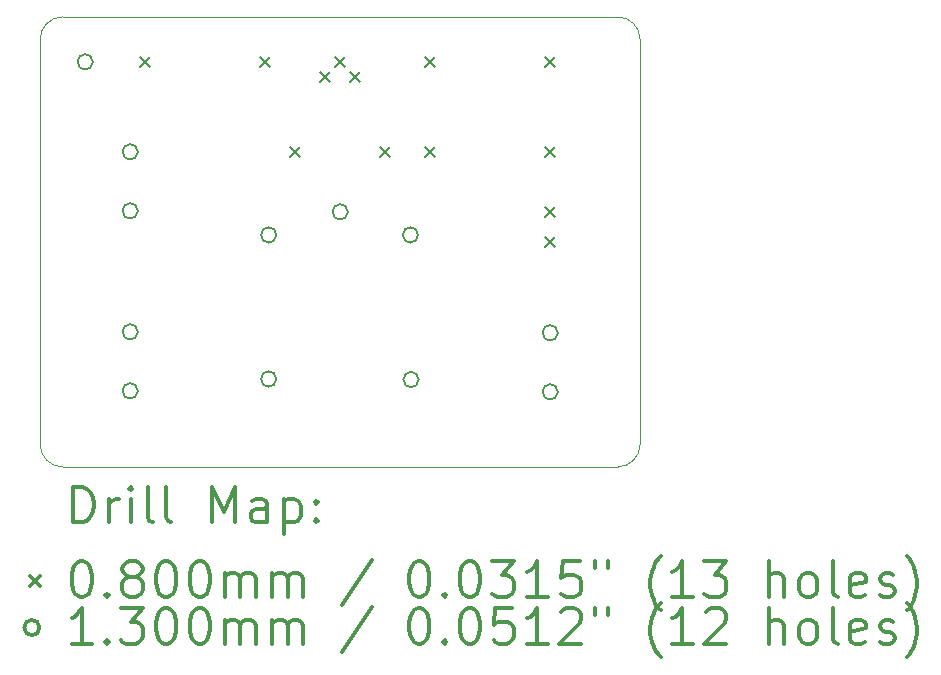
<source format=gbr>
%FSLAX45Y45*%
G04 Gerber Fmt 4.5, Leading zero omitted, Abs format (unit mm)*
G04 Created by KiCad (PCBNEW 5.1.12-84ad8e8a86~92~ubuntu20.04.1) date 2022-02-13 23:15:47*
%MOMM*%
%LPD*%
G01*
G04 APERTURE LIST*
%TA.AperFunction,Profile*%
%ADD10C,0.100000*%
%TD*%
%ADD11C,0.200000*%
%ADD12C,0.300000*%
G04 APERTURE END LIST*
D10*
X10350500Y-12446000D02*
G75*
G02*
X10160000Y-12255500I0J190500D01*
G01*
X15240000Y-12255500D02*
G75*
G02*
X15049500Y-12446000I-190500J0D01*
G01*
X15049500Y-8636000D02*
G75*
G02*
X15240000Y-8826500I0J-190500D01*
G01*
X10160000Y-8826500D02*
G75*
G02*
X10350500Y-8636000I190500J0D01*
G01*
X15049500Y-8636000D02*
X10350500Y-8636000D01*
X15240000Y-12255500D02*
X15240000Y-8826500D01*
X10350500Y-12446000D02*
X15049500Y-12446000D01*
X10160000Y-8826500D02*
X10160000Y-12255500D01*
D11*
X11009000Y-8977000D02*
X11089000Y-9057000D01*
X11089000Y-8977000D02*
X11009000Y-9057000D01*
X12025000Y-8977000D02*
X12105000Y-9057000D01*
X12105000Y-8977000D02*
X12025000Y-9057000D01*
X12279000Y-9739000D02*
X12359000Y-9819000D01*
X12359000Y-9739000D02*
X12279000Y-9819000D01*
X12533000Y-9104000D02*
X12613000Y-9184000D01*
X12613000Y-9104000D02*
X12533000Y-9184000D01*
X12660000Y-8977000D02*
X12740000Y-9057000D01*
X12740000Y-8977000D02*
X12660000Y-9057000D01*
X12787000Y-9104000D02*
X12867000Y-9184000D01*
X12867000Y-9104000D02*
X12787000Y-9184000D01*
X13041000Y-9739000D02*
X13121000Y-9819000D01*
X13121000Y-9739000D02*
X13041000Y-9819000D01*
X13422000Y-8977000D02*
X13502000Y-9057000D01*
X13502000Y-8977000D02*
X13422000Y-9057000D01*
X13422000Y-9739000D02*
X13502000Y-9819000D01*
X13502000Y-9739000D02*
X13422000Y-9819000D01*
X14438000Y-8977000D02*
X14518000Y-9057000D01*
X14518000Y-8977000D02*
X14438000Y-9057000D01*
X14438000Y-9739000D02*
X14518000Y-9819000D01*
X14518000Y-9739000D02*
X14438000Y-9819000D01*
X14438000Y-10247000D02*
X14518000Y-10327000D01*
X14518000Y-10247000D02*
X14438000Y-10327000D01*
X14438000Y-10501000D02*
X14518000Y-10581000D01*
X14518000Y-10501000D02*
X14438000Y-10581000D01*
X10606000Y-9017000D02*
G75*
G03*
X10606000Y-9017000I-65000J0D01*
G01*
X10987000Y-9779000D02*
G75*
G03*
X10987000Y-9779000I-65000J0D01*
G01*
X10987000Y-10279000D02*
G75*
G03*
X10987000Y-10279000I-65000J0D01*
G01*
X10987000Y-11303000D02*
G75*
G03*
X10987000Y-11303000I-65000J0D01*
G01*
X10987000Y-11803000D02*
G75*
G03*
X10987000Y-11803000I-65000J0D01*
G01*
X12160000Y-10482000D02*
G75*
G03*
X12160000Y-10482000I-65000J0D01*
G01*
X12160000Y-11702000D02*
G75*
G03*
X12160000Y-11702000I-65000J0D01*
G01*
X12765000Y-10287000D02*
G75*
G03*
X12765000Y-10287000I-65000J0D01*
G01*
X13360000Y-10482000D02*
G75*
G03*
X13360000Y-10482000I-65000J0D01*
G01*
X13365000Y-11707000D02*
G75*
G03*
X13365000Y-11707000I-65000J0D01*
G01*
X14543000Y-11311000D02*
G75*
G03*
X14543000Y-11311000I-65000J0D01*
G01*
X14543000Y-11811000D02*
G75*
G03*
X14543000Y-11811000I-65000J0D01*
G01*
D12*
X10441428Y-12916714D02*
X10441428Y-12616714D01*
X10512857Y-12616714D01*
X10555714Y-12631000D01*
X10584286Y-12659571D01*
X10598571Y-12688143D01*
X10612857Y-12745286D01*
X10612857Y-12788143D01*
X10598571Y-12845286D01*
X10584286Y-12873857D01*
X10555714Y-12902429D01*
X10512857Y-12916714D01*
X10441428Y-12916714D01*
X10741428Y-12916714D02*
X10741428Y-12716714D01*
X10741428Y-12773857D02*
X10755714Y-12745286D01*
X10770000Y-12731000D01*
X10798571Y-12716714D01*
X10827143Y-12716714D01*
X10927143Y-12916714D02*
X10927143Y-12716714D01*
X10927143Y-12616714D02*
X10912857Y-12631000D01*
X10927143Y-12645286D01*
X10941428Y-12631000D01*
X10927143Y-12616714D01*
X10927143Y-12645286D01*
X11112857Y-12916714D02*
X11084286Y-12902429D01*
X11070000Y-12873857D01*
X11070000Y-12616714D01*
X11270000Y-12916714D02*
X11241428Y-12902429D01*
X11227143Y-12873857D01*
X11227143Y-12616714D01*
X11612857Y-12916714D02*
X11612857Y-12616714D01*
X11712857Y-12831000D01*
X11812857Y-12616714D01*
X11812857Y-12916714D01*
X12084286Y-12916714D02*
X12084286Y-12759571D01*
X12070000Y-12731000D01*
X12041428Y-12716714D01*
X11984286Y-12716714D01*
X11955714Y-12731000D01*
X12084286Y-12902429D02*
X12055714Y-12916714D01*
X11984286Y-12916714D01*
X11955714Y-12902429D01*
X11941428Y-12873857D01*
X11941428Y-12845286D01*
X11955714Y-12816714D01*
X11984286Y-12802429D01*
X12055714Y-12802429D01*
X12084286Y-12788143D01*
X12227143Y-12716714D02*
X12227143Y-13016714D01*
X12227143Y-12731000D02*
X12255714Y-12716714D01*
X12312857Y-12716714D01*
X12341428Y-12731000D01*
X12355714Y-12745286D01*
X12370000Y-12773857D01*
X12370000Y-12859571D01*
X12355714Y-12888143D01*
X12341428Y-12902429D01*
X12312857Y-12916714D01*
X12255714Y-12916714D01*
X12227143Y-12902429D01*
X12498571Y-12888143D02*
X12512857Y-12902429D01*
X12498571Y-12916714D01*
X12484286Y-12902429D01*
X12498571Y-12888143D01*
X12498571Y-12916714D01*
X12498571Y-12731000D02*
X12512857Y-12745286D01*
X12498571Y-12759571D01*
X12484286Y-12745286D01*
X12498571Y-12731000D01*
X12498571Y-12759571D01*
X10075000Y-13371000D02*
X10155000Y-13451000D01*
X10155000Y-13371000D02*
X10075000Y-13451000D01*
X10498571Y-13246714D02*
X10527143Y-13246714D01*
X10555714Y-13261000D01*
X10570000Y-13275286D01*
X10584286Y-13303857D01*
X10598571Y-13361000D01*
X10598571Y-13432429D01*
X10584286Y-13489571D01*
X10570000Y-13518143D01*
X10555714Y-13532429D01*
X10527143Y-13546714D01*
X10498571Y-13546714D01*
X10470000Y-13532429D01*
X10455714Y-13518143D01*
X10441428Y-13489571D01*
X10427143Y-13432429D01*
X10427143Y-13361000D01*
X10441428Y-13303857D01*
X10455714Y-13275286D01*
X10470000Y-13261000D01*
X10498571Y-13246714D01*
X10727143Y-13518143D02*
X10741428Y-13532429D01*
X10727143Y-13546714D01*
X10712857Y-13532429D01*
X10727143Y-13518143D01*
X10727143Y-13546714D01*
X10912857Y-13375286D02*
X10884286Y-13361000D01*
X10870000Y-13346714D01*
X10855714Y-13318143D01*
X10855714Y-13303857D01*
X10870000Y-13275286D01*
X10884286Y-13261000D01*
X10912857Y-13246714D01*
X10970000Y-13246714D01*
X10998571Y-13261000D01*
X11012857Y-13275286D01*
X11027143Y-13303857D01*
X11027143Y-13318143D01*
X11012857Y-13346714D01*
X10998571Y-13361000D01*
X10970000Y-13375286D01*
X10912857Y-13375286D01*
X10884286Y-13389571D01*
X10870000Y-13403857D01*
X10855714Y-13432429D01*
X10855714Y-13489571D01*
X10870000Y-13518143D01*
X10884286Y-13532429D01*
X10912857Y-13546714D01*
X10970000Y-13546714D01*
X10998571Y-13532429D01*
X11012857Y-13518143D01*
X11027143Y-13489571D01*
X11027143Y-13432429D01*
X11012857Y-13403857D01*
X10998571Y-13389571D01*
X10970000Y-13375286D01*
X11212857Y-13246714D02*
X11241428Y-13246714D01*
X11270000Y-13261000D01*
X11284286Y-13275286D01*
X11298571Y-13303857D01*
X11312857Y-13361000D01*
X11312857Y-13432429D01*
X11298571Y-13489571D01*
X11284286Y-13518143D01*
X11270000Y-13532429D01*
X11241428Y-13546714D01*
X11212857Y-13546714D01*
X11184286Y-13532429D01*
X11170000Y-13518143D01*
X11155714Y-13489571D01*
X11141428Y-13432429D01*
X11141428Y-13361000D01*
X11155714Y-13303857D01*
X11170000Y-13275286D01*
X11184286Y-13261000D01*
X11212857Y-13246714D01*
X11498571Y-13246714D02*
X11527143Y-13246714D01*
X11555714Y-13261000D01*
X11570000Y-13275286D01*
X11584286Y-13303857D01*
X11598571Y-13361000D01*
X11598571Y-13432429D01*
X11584286Y-13489571D01*
X11570000Y-13518143D01*
X11555714Y-13532429D01*
X11527143Y-13546714D01*
X11498571Y-13546714D01*
X11470000Y-13532429D01*
X11455714Y-13518143D01*
X11441428Y-13489571D01*
X11427143Y-13432429D01*
X11427143Y-13361000D01*
X11441428Y-13303857D01*
X11455714Y-13275286D01*
X11470000Y-13261000D01*
X11498571Y-13246714D01*
X11727143Y-13546714D02*
X11727143Y-13346714D01*
X11727143Y-13375286D02*
X11741428Y-13361000D01*
X11770000Y-13346714D01*
X11812857Y-13346714D01*
X11841428Y-13361000D01*
X11855714Y-13389571D01*
X11855714Y-13546714D01*
X11855714Y-13389571D02*
X11870000Y-13361000D01*
X11898571Y-13346714D01*
X11941428Y-13346714D01*
X11970000Y-13361000D01*
X11984286Y-13389571D01*
X11984286Y-13546714D01*
X12127143Y-13546714D02*
X12127143Y-13346714D01*
X12127143Y-13375286D02*
X12141428Y-13361000D01*
X12170000Y-13346714D01*
X12212857Y-13346714D01*
X12241428Y-13361000D01*
X12255714Y-13389571D01*
X12255714Y-13546714D01*
X12255714Y-13389571D02*
X12270000Y-13361000D01*
X12298571Y-13346714D01*
X12341428Y-13346714D01*
X12370000Y-13361000D01*
X12384286Y-13389571D01*
X12384286Y-13546714D01*
X12970000Y-13232429D02*
X12712857Y-13618143D01*
X13355714Y-13246714D02*
X13384286Y-13246714D01*
X13412857Y-13261000D01*
X13427143Y-13275286D01*
X13441428Y-13303857D01*
X13455714Y-13361000D01*
X13455714Y-13432429D01*
X13441428Y-13489571D01*
X13427143Y-13518143D01*
X13412857Y-13532429D01*
X13384286Y-13546714D01*
X13355714Y-13546714D01*
X13327143Y-13532429D01*
X13312857Y-13518143D01*
X13298571Y-13489571D01*
X13284286Y-13432429D01*
X13284286Y-13361000D01*
X13298571Y-13303857D01*
X13312857Y-13275286D01*
X13327143Y-13261000D01*
X13355714Y-13246714D01*
X13584286Y-13518143D02*
X13598571Y-13532429D01*
X13584286Y-13546714D01*
X13570000Y-13532429D01*
X13584286Y-13518143D01*
X13584286Y-13546714D01*
X13784286Y-13246714D02*
X13812857Y-13246714D01*
X13841428Y-13261000D01*
X13855714Y-13275286D01*
X13870000Y-13303857D01*
X13884286Y-13361000D01*
X13884286Y-13432429D01*
X13870000Y-13489571D01*
X13855714Y-13518143D01*
X13841428Y-13532429D01*
X13812857Y-13546714D01*
X13784286Y-13546714D01*
X13755714Y-13532429D01*
X13741428Y-13518143D01*
X13727143Y-13489571D01*
X13712857Y-13432429D01*
X13712857Y-13361000D01*
X13727143Y-13303857D01*
X13741428Y-13275286D01*
X13755714Y-13261000D01*
X13784286Y-13246714D01*
X13984286Y-13246714D02*
X14170000Y-13246714D01*
X14070000Y-13361000D01*
X14112857Y-13361000D01*
X14141428Y-13375286D01*
X14155714Y-13389571D01*
X14170000Y-13418143D01*
X14170000Y-13489571D01*
X14155714Y-13518143D01*
X14141428Y-13532429D01*
X14112857Y-13546714D01*
X14027143Y-13546714D01*
X13998571Y-13532429D01*
X13984286Y-13518143D01*
X14455714Y-13546714D02*
X14284286Y-13546714D01*
X14370000Y-13546714D02*
X14370000Y-13246714D01*
X14341428Y-13289571D01*
X14312857Y-13318143D01*
X14284286Y-13332429D01*
X14727143Y-13246714D02*
X14584286Y-13246714D01*
X14570000Y-13389571D01*
X14584286Y-13375286D01*
X14612857Y-13361000D01*
X14684286Y-13361000D01*
X14712857Y-13375286D01*
X14727143Y-13389571D01*
X14741428Y-13418143D01*
X14741428Y-13489571D01*
X14727143Y-13518143D01*
X14712857Y-13532429D01*
X14684286Y-13546714D01*
X14612857Y-13546714D01*
X14584286Y-13532429D01*
X14570000Y-13518143D01*
X14855714Y-13246714D02*
X14855714Y-13303857D01*
X14970000Y-13246714D02*
X14970000Y-13303857D01*
X15412857Y-13661000D02*
X15398571Y-13646714D01*
X15370000Y-13603857D01*
X15355714Y-13575286D01*
X15341428Y-13532429D01*
X15327143Y-13461000D01*
X15327143Y-13403857D01*
X15341428Y-13332429D01*
X15355714Y-13289571D01*
X15370000Y-13261000D01*
X15398571Y-13218143D01*
X15412857Y-13203857D01*
X15684286Y-13546714D02*
X15512857Y-13546714D01*
X15598571Y-13546714D02*
X15598571Y-13246714D01*
X15570000Y-13289571D01*
X15541428Y-13318143D01*
X15512857Y-13332429D01*
X15784286Y-13246714D02*
X15970000Y-13246714D01*
X15870000Y-13361000D01*
X15912857Y-13361000D01*
X15941428Y-13375286D01*
X15955714Y-13389571D01*
X15970000Y-13418143D01*
X15970000Y-13489571D01*
X15955714Y-13518143D01*
X15941428Y-13532429D01*
X15912857Y-13546714D01*
X15827143Y-13546714D01*
X15798571Y-13532429D01*
X15784286Y-13518143D01*
X16327143Y-13546714D02*
X16327143Y-13246714D01*
X16455714Y-13546714D02*
X16455714Y-13389571D01*
X16441428Y-13361000D01*
X16412857Y-13346714D01*
X16370000Y-13346714D01*
X16341428Y-13361000D01*
X16327143Y-13375286D01*
X16641428Y-13546714D02*
X16612857Y-13532429D01*
X16598571Y-13518143D01*
X16584286Y-13489571D01*
X16584286Y-13403857D01*
X16598571Y-13375286D01*
X16612857Y-13361000D01*
X16641428Y-13346714D01*
X16684286Y-13346714D01*
X16712857Y-13361000D01*
X16727143Y-13375286D01*
X16741428Y-13403857D01*
X16741428Y-13489571D01*
X16727143Y-13518143D01*
X16712857Y-13532429D01*
X16684286Y-13546714D01*
X16641428Y-13546714D01*
X16912857Y-13546714D02*
X16884286Y-13532429D01*
X16870000Y-13503857D01*
X16870000Y-13246714D01*
X17141428Y-13532429D02*
X17112857Y-13546714D01*
X17055714Y-13546714D01*
X17027143Y-13532429D01*
X17012857Y-13503857D01*
X17012857Y-13389571D01*
X17027143Y-13361000D01*
X17055714Y-13346714D01*
X17112857Y-13346714D01*
X17141428Y-13361000D01*
X17155714Y-13389571D01*
X17155714Y-13418143D01*
X17012857Y-13446714D01*
X17270000Y-13532429D02*
X17298571Y-13546714D01*
X17355714Y-13546714D01*
X17384286Y-13532429D01*
X17398571Y-13503857D01*
X17398571Y-13489571D01*
X17384286Y-13461000D01*
X17355714Y-13446714D01*
X17312857Y-13446714D01*
X17284286Y-13432429D01*
X17270000Y-13403857D01*
X17270000Y-13389571D01*
X17284286Y-13361000D01*
X17312857Y-13346714D01*
X17355714Y-13346714D01*
X17384286Y-13361000D01*
X17498571Y-13661000D02*
X17512857Y-13646714D01*
X17541428Y-13603857D01*
X17555714Y-13575286D01*
X17570000Y-13532429D01*
X17584286Y-13461000D01*
X17584286Y-13403857D01*
X17570000Y-13332429D01*
X17555714Y-13289571D01*
X17541428Y-13261000D01*
X17512857Y-13218143D01*
X17498571Y-13203857D01*
X10155000Y-13807000D02*
G75*
G03*
X10155000Y-13807000I-65000J0D01*
G01*
X10598571Y-13942714D02*
X10427143Y-13942714D01*
X10512857Y-13942714D02*
X10512857Y-13642714D01*
X10484286Y-13685571D01*
X10455714Y-13714143D01*
X10427143Y-13728429D01*
X10727143Y-13914143D02*
X10741428Y-13928429D01*
X10727143Y-13942714D01*
X10712857Y-13928429D01*
X10727143Y-13914143D01*
X10727143Y-13942714D01*
X10841428Y-13642714D02*
X11027143Y-13642714D01*
X10927143Y-13757000D01*
X10970000Y-13757000D01*
X10998571Y-13771286D01*
X11012857Y-13785571D01*
X11027143Y-13814143D01*
X11027143Y-13885571D01*
X11012857Y-13914143D01*
X10998571Y-13928429D01*
X10970000Y-13942714D01*
X10884286Y-13942714D01*
X10855714Y-13928429D01*
X10841428Y-13914143D01*
X11212857Y-13642714D02*
X11241428Y-13642714D01*
X11270000Y-13657000D01*
X11284286Y-13671286D01*
X11298571Y-13699857D01*
X11312857Y-13757000D01*
X11312857Y-13828429D01*
X11298571Y-13885571D01*
X11284286Y-13914143D01*
X11270000Y-13928429D01*
X11241428Y-13942714D01*
X11212857Y-13942714D01*
X11184286Y-13928429D01*
X11170000Y-13914143D01*
X11155714Y-13885571D01*
X11141428Y-13828429D01*
X11141428Y-13757000D01*
X11155714Y-13699857D01*
X11170000Y-13671286D01*
X11184286Y-13657000D01*
X11212857Y-13642714D01*
X11498571Y-13642714D02*
X11527143Y-13642714D01*
X11555714Y-13657000D01*
X11570000Y-13671286D01*
X11584286Y-13699857D01*
X11598571Y-13757000D01*
X11598571Y-13828429D01*
X11584286Y-13885571D01*
X11570000Y-13914143D01*
X11555714Y-13928429D01*
X11527143Y-13942714D01*
X11498571Y-13942714D01*
X11470000Y-13928429D01*
X11455714Y-13914143D01*
X11441428Y-13885571D01*
X11427143Y-13828429D01*
X11427143Y-13757000D01*
X11441428Y-13699857D01*
X11455714Y-13671286D01*
X11470000Y-13657000D01*
X11498571Y-13642714D01*
X11727143Y-13942714D02*
X11727143Y-13742714D01*
X11727143Y-13771286D02*
X11741428Y-13757000D01*
X11770000Y-13742714D01*
X11812857Y-13742714D01*
X11841428Y-13757000D01*
X11855714Y-13785571D01*
X11855714Y-13942714D01*
X11855714Y-13785571D02*
X11870000Y-13757000D01*
X11898571Y-13742714D01*
X11941428Y-13742714D01*
X11970000Y-13757000D01*
X11984286Y-13785571D01*
X11984286Y-13942714D01*
X12127143Y-13942714D02*
X12127143Y-13742714D01*
X12127143Y-13771286D02*
X12141428Y-13757000D01*
X12170000Y-13742714D01*
X12212857Y-13742714D01*
X12241428Y-13757000D01*
X12255714Y-13785571D01*
X12255714Y-13942714D01*
X12255714Y-13785571D02*
X12270000Y-13757000D01*
X12298571Y-13742714D01*
X12341428Y-13742714D01*
X12370000Y-13757000D01*
X12384286Y-13785571D01*
X12384286Y-13942714D01*
X12970000Y-13628429D02*
X12712857Y-14014143D01*
X13355714Y-13642714D02*
X13384286Y-13642714D01*
X13412857Y-13657000D01*
X13427143Y-13671286D01*
X13441428Y-13699857D01*
X13455714Y-13757000D01*
X13455714Y-13828429D01*
X13441428Y-13885571D01*
X13427143Y-13914143D01*
X13412857Y-13928429D01*
X13384286Y-13942714D01*
X13355714Y-13942714D01*
X13327143Y-13928429D01*
X13312857Y-13914143D01*
X13298571Y-13885571D01*
X13284286Y-13828429D01*
X13284286Y-13757000D01*
X13298571Y-13699857D01*
X13312857Y-13671286D01*
X13327143Y-13657000D01*
X13355714Y-13642714D01*
X13584286Y-13914143D02*
X13598571Y-13928429D01*
X13584286Y-13942714D01*
X13570000Y-13928429D01*
X13584286Y-13914143D01*
X13584286Y-13942714D01*
X13784286Y-13642714D02*
X13812857Y-13642714D01*
X13841428Y-13657000D01*
X13855714Y-13671286D01*
X13870000Y-13699857D01*
X13884286Y-13757000D01*
X13884286Y-13828429D01*
X13870000Y-13885571D01*
X13855714Y-13914143D01*
X13841428Y-13928429D01*
X13812857Y-13942714D01*
X13784286Y-13942714D01*
X13755714Y-13928429D01*
X13741428Y-13914143D01*
X13727143Y-13885571D01*
X13712857Y-13828429D01*
X13712857Y-13757000D01*
X13727143Y-13699857D01*
X13741428Y-13671286D01*
X13755714Y-13657000D01*
X13784286Y-13642714D01*
X14155714Y-13642714D02*
X14012857Y-13642714D01*
X13998571Y-13785571D01*
X14012857Y-13771286D01*
X14041428Y-13757000D01*
X14112857Y-13757000D01*
X14141428Y-13771286D01*
X14155714Y-13785571D01*
X14170000Y-13814143D01*
X14170000Y-13885571D01*
X14155714Y-13914143D01*
X14141428Y-13928429D01*
X14112857Y-13942714D01*
X14041428Y-13942714D01*
X14012857Y-13928429D01*
X13998571Y-13914143D01*
X14455714Y-13942714D02*
X14284286Y-13942714D01*
X14370000Y-13942714D02*
X14370000Y-13642714D01*
X14341428Y-13685571D01*
X14312857Y-13714143D01*
X14284286Y-13728429D01*
X14570000Y-13671286D02*
X14584286Y-13657000D01*
X14612857Y-13642714D01*
X14684286Y-13642714D01*
X14712857Y-13657000D01*
X14727143Y-13671286D01*
X14741428Y-13699857D01*
X14741428Y-13728429D01*
X14727143Y-13771286D01*
X14555714Y-13942714D01*
X14741428Y-13942714D01*
X14855714Y-13642714D02*
X14855714Y-13699857D01*
X14970000Y-13642714D02*
X14970000Y-13699857D01*
X15412857Y-14057000D02*
X15398571Y-14042714D01*
X15370000Y-13999857D01*
X15355714Y-13971286D01*
X15341428Y-13928429D01*
X15327143Y-13857000D01*
X15327143Y-13799857D01*
X15341428Y-13728429D01*
X15355714Y-13685571D01*
X15370000Y-13657000D01*
X15398571Y-13614143D01*
X15412857Y-13599857D01*
X15684286Y-13942714D02*
X15512857Y-13942714D01*
X15598571Y-13942714D02*
X15598571Y-13642714D01*
X15570000Y-13685571D01*
X15541428Y-13714143D01*
X15512857Y-13728429D01*
X15798571Y-13671286D02*
X15812857Y-13657000D01*
X15841428Y-13642714D01*
X15912857Y-13642714D01*
X15941428Y-13657000D01*
X15955714Y-13671286D01*
X15970000Y-13699857D01*
X15970000Y-13728429D01*
X15955714Y-13771286D01*
X15784286Y-13942714D01*
X15970000Y-13942714D01*
X16327143Y-13942714D02*
X16327143Y-13642714D01*
X16455714Y-13942714D02*
X16455714Y-13785571D01*
X16441428Y-13757000D01*
X16412857Y-13742714D01*
X16370000Y-13742714D01*
X16341428Y-13757000D01*
X16327143Y-13771286D01*
X16641428Y-13942714D02*
X16612857Y-13928429D01*
X16598571Y-13914143D01*
X16584286Y-13885571D01*
X16584286Y-13799857D01*
X16598571Y-13771286D01*
X16612857Y-13757000D01*
X16641428Y-13742714D01*
X16684286Y-13742714D01*
X16712857Y-13757000D01*
X16727143Y-13771286D01*
X16741428Y-13799857D01*
X16741428Y-13885571D01*
X16727143Y-13914143D01*
X16712857Y-13928429D01*
X16684286Y-13942714D01*
X16641428Y-13942714D01*
X16912857Y-13942714D02*
X16884286Y-13928429D01*
X16870000Y-13899857D01*
X16870000Y-13642714D01*
X17141428Y-13928429D02*
X17112857Y-13942714D01*
X17055714Y-13942714D01*
X17027143Y-13928429D01*
X17012857Y-13899857D01*
X17012857Y-13785571D01*
X17027143Y-13757000D01*
X17055714Y-13742714D01*
X17112857Y-13742714D01*
X17141428Y-13757000D01*
X17155714Y-13785571D01*
X17155714Y-13814143D01*
X17012857Y-13842714D01*
X17270000Y-13928429D02*
X17298571Y-13942714D01*
X17355714Y-13942714D01*
X17384286Y-13928429D01*
X17398571Y-13899857D01*
X17398571Y-13885571D01*
X17384286Y-13857000D01*
X17355714Y-13842714D01*
X17312857Y-13842714D01*
X17284286Y-13828429D01*
X17270000Y-13799857D01*
X17270000Y-13785571D01*
X17284286Y-13757000D01*
X17312857Y-13742714D01*
X17355714Y-13742714D01*
X17384286Y-13757000D01*
X17498571Y-14057000D02*
X17512857Y-14042714D01*
X17541428Y-13999857D01*
X17555714Y-13971286D01*
X17570000Y-13928429D01*
X17584286Y-13857000D01*
X17584286Y-13799857D01*
X17570000Y-13728429D01*
X17555714Y-13685571D01*
X17541428Y-13657000D01*
X17512857Y-13614143D01*
X17498571Y-13599857D01*
M02*

</source>
